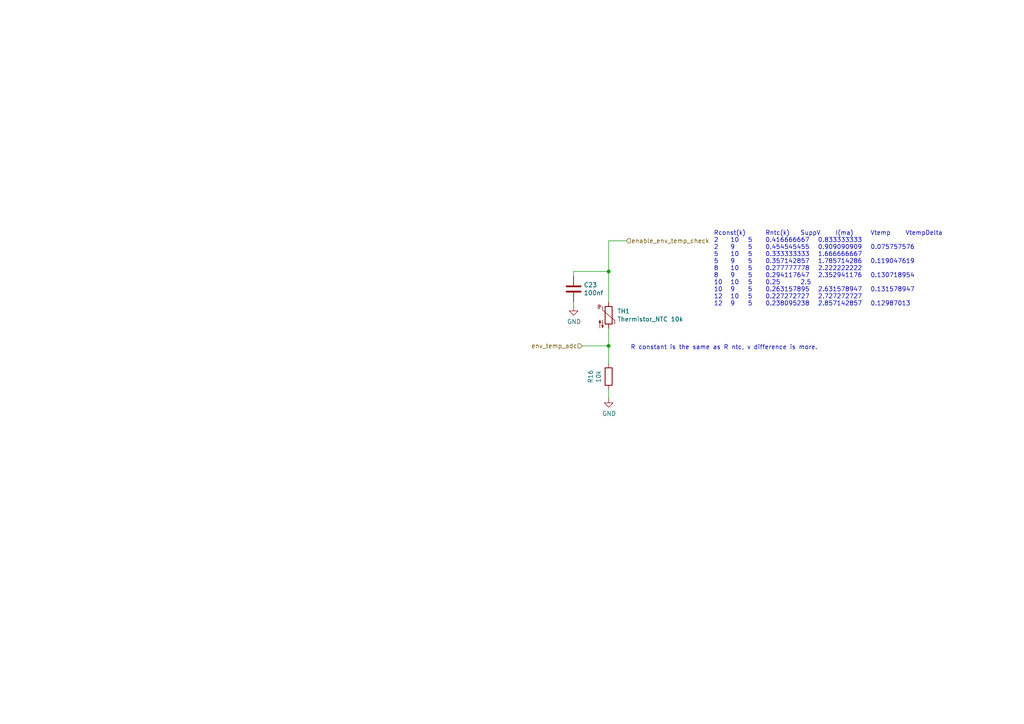
<source format=kicad_sch>
(kicad_sch (version 20211123) (generator eeschema)
  (paper "A4")
  (lib_symbols
    (symbol "Device:C" (pin_numbers hide) (pin_names (offset 0.254))
      (property "Reference" "C" (at 0.635 2.54 0))
      (property "Value" "C" (at 0.635 -2.54 0))
      (symbol "C_0_1"
        (polyline (pts (xy -2.032 -0.762) (xy 2.032 -0.762)) (stroke (width 0.508)))
        (polyline (pts (xy -2.032 0.762) (xy 2.032 0.762)) (stroke (width 0.508)))
      )
      (symbol "C_1_1"
        (pin passive line (at 0 3.81 270) (length 2.794) (name "~") (number "1"))
        (pin passive line (at 0 -3.81 90) (length 2.794) (name "~") (number "2"))
      )
    )
    (symbol "Device:R" (pin_numbers hide) (pin_names (offset 0))
      (property "Reference" "R" (at 2.032 0 90))
      (property "Value" "R" (at 0 0 90))
      (symbol "R_0_1"
        (rectangle (start -1.016 -2.54) (end 1.016 2.54) (stroke (width 0.254)))
      )
      (symbol "R_1_1"
        (pin passive line (at 0 3.81 270) (length 1.27) (name "~") (number "1"))
        (pin passive line (at 0 -3.81 90) (length 1.27) (name "~") (number "2"))
      )
    )
    (symbol "Device:Thermistor_NTC" (pin_numbers hide) (pin_names (offset 0))
      (property "Reference" "TH" (at -4.445 0 90))
      (property "Value" "Thermistor_NTC" (at 3.175 0 90))
      (symbol "Thermistor_NTC_0_1"
        (arc (start -3.048 2.159) (mid -3.0495 2.3143) (end -3.175 2.413))
        (arc (start -3.048 2.159) (mid -2.9736 1.9794) (end -2.794 1.905))
        (arc (start -3.048 2.794) (mid -2.9736 2.6144) (end -2.794 2.54))
        (arc (start -2.794 1.905) (mid -2.6144 1.9794) (end -2.54 2.159))
        (arc (start -2.794 2.54) (mid -2.4393 2.5587) (end -2.159 2.794))
        (arc (start -2.794 3.048) (mid -2.9736 2.9736) (end -3.048 2.794))
        (arc (start -2.54 2.794) (mid -2.6144 2.9736) (end -2.794 3.048))
        (rectangle (start -1.016 2.54) (end 1.016 -2.54) (stroke (width 0.254)))
        (polyline (pts (xy -2.54 2.159) (xy -2.54 2.794)))
        (polyline (pts (xy -1.778 2.54) (xy -1.778 1.524) (xy 1.778 -1.524) (xy 1.778 -2.54)))
        (polyline (pts (xy -2.54 -3.683) (xy -2.54 -1.397) (xy -2.794 -2.159) (xy -2.286 -2.159) (xy -2.54 -1.397) (xy -2.54 -1.651)) (fill (type outline)))
        (polyline (pts (xy -1.778 -1.397) (xy -1.778 -3.683) (xy -2.032 -2.921) (xy -1.524 -2.921) (xy -1.778 -3.683) (xy -1.778 -3.429)) (fill (type outline)))
      )
      (symbol "Thermistor_NTC_1_1"
        (pin passive line (at 0 3.81 270) (length 1.27) (name "~") (number "1"))
        (pin passive line (at 0 -3.81 90) (length 1.27) (name "~") (number "2"))
      )
    )
    (symbol "power:GND" (power) (pin_names (offset 0))
      (property "Value" "GND" (at 0 -3.81 0))
      (symbol "GND_0_1"
        (polyline (pts (xy 0 0) (xy 0 -1.27) (xy 1.27 -1.27) (xy 0 -2.54) (xy -1.27 -1.27) (xy 0 -1.27)))
      )
      (symbol "GND_1_1"
        (pin power_in line (at 0 0 270) (length 0) hide (name "GND") (number "1"))
      )
    )
  )
  (junction (at 176.53 100.33))
  (junction (at 176.53 78.74))
  (wire (pts (xy 176.53 100.33) (xy 176.53 105.41)))
  (wire (pts (xy 176.53 69.85) (xy 176.53 78.74)))
  (wire (pts (xy 181.61 69.85) (xy 176.53 69.85)))
  (wire (pts (xy 176.53 115.57) (xy 176.53 113.03)))
  (wire (pts (xy 176.53 95.25) (xy 176.53 100.33)))
  (wire (pts (xy 166.37 80.01) (xy 166.37 78.74)))
  (wire (pts (xy 166.37 88.9) (xy 166.37 87.63)))
  (wire (pts (xy 166.37 78.74) (xy 176.53 78.74)))
  (wire (pts (xy 168.91 100.33) (xy 176.53 100.33)))
  (wire (pts (xy 176.53 78.74) (xy 176.53 87.63)))
  (text "R constant is the same as R ntc, v difference is more." (at 182.88 101.6 0) (effects (font (size 1.27 1.27)) (justify left bottom)))
  (text "Rconst(k)	Rntc(k)	SuppV	I(ma)	Vtemp	VtempDelta\n2	10	5	0.416666667	0.833333333	\n2	9	5	0.454545455	0.909090909	0.075757576\n5	10	5	0.333333333	1.666666667	\n5	9	5	0.357142857	1.785714286	0.119047619\n8	10	5	0.277777778	2.222222222	\n8	9	5	0.294117647	2.352941176	0.130718954\n10	10	5	0.25	2.5	\n10	9	5	0.263157895	2.631578947	0.131578947\n12	10	5	0.227272727	2.727272727	\n12	9	5	0.238095238	2.857142857	0.12987013\n" (at 207.01 88.9 0) (effects (font (size 1.27 1.27)) (justify left bottom)))
  (hierarchical_label "env_temp_adc" (shape input) (at 168.91 100.33 180))
  (hierarchical_label "enable_env_temp_check" (shape input) (at 181.61 69.85 0))
  (symbol (lib_id "Device:Thermistor_NTC") (at 176.53 91.44 0) (unit 1)
    (property "Reference" "TH1" (at 179.0192 90.2716 0) (effects (justify left)))
    (property "Value" "Thermistor_NTC 10k" (at 179.0192 92.583 0) (effects (justify left)))
    (property "Footprint" "Resistor_THT:R_Axial_DIN0207_L6.3mm_D2.5mm_P15.24mm_Horizontal" (effects hide))
  )
  (symbol (lib_id "Device:R") (at 176.53 109.22 0) (unit 1)
    (property "Reference" "R16" (at 171.2722 109.22 90))
    (property "Value" "10k" (at 173.5836 109.22 90))
    (property "Footprint" "myFootPrintLibs:R_C_0805_2012Metric_Pad1.20x1.50mm_HandSolder" (effects hide))
  )
  (symbol (lib_id "power:GND") (at 176.53 115.57 0) (unit 1)
    (property "Reference" "#PWR0110" (effects hide))
    (property "Value" "GND" (at 176.657 119.9642 0))
  )
  (symbol (lib_id "Device:C") (at 166.37 83.82 0) (unit 1)
    (property "Reference" "C23" (at 169.291 82.6516 0) (effects (justify left)))
    (property "Value" "100nf" (at 169.291 84.963 0) (effects (justify left)))
    (property "Footprint" "myFootPrintLibs:R_C_0805_2012Metric_Pad1.20x1.50mm_HandSolder" (effects hide))
  )
  (symbol (lib_id "power:GND") (at 166.37 88.9 0) (unit 1)
    (property "Reference" "#PWR0111" (effects hide))
    (property "Value" "GND" (at 166.497 93.2942 0))
  )
)
</source>
